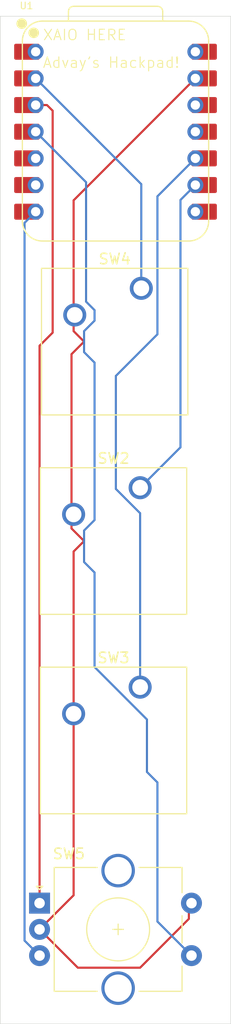
<source format=kicad_pcb>
(kicad_pcb (version 20240108) (generator "pcbnew") (generator_version "8.0")
  (layers (0 "F.Cu" signal) (31 "B.Cu" signal) (34 "B.Paste" user) (35 "F.Paste" user) (36 "B.SilkS" user "B.Silkscreen") (37 "F.SilkS" user "F.Silkscreen") (38 "B.Mask" user) (39 "F.Mask" user) (44 "Edge.Cuts" user))
  (net 0 "")
  (net 1 "Net-(U1-GPIO2{slash}SCK)")
  (net 2 "GND")
  (net 3 "Net-(U1-GPIO4{slash}MISO)")
  (net 5 "Net-(U1-GPIO0{slash}TX)")
  (net 7 "Net-(U1-GPIO29{slash}ADC3{slash}A3)")
  (net 10 "Net-(U1-GPIO28{slash}ADC2{slash}A2)")
  (net 11 "+5V")
  (net 13 "Net-(U1-GPIO27{slash}ADC1{slash}A1)")
  (footprint "Button_Switch_Keyboard:SW_Cherry_MX_1.00u_PCB" (layer "F.Cu") (at 70.35 89.92)
    (property "Reference" "SW2" (at -2.54 -2.794 0) (layer "F.SilkS"))
    (property "Value" "SW_Push")
    (fp_line (start -9.525 -1.905) (end 4.445 -1.905) (stroke (width 0.12)) (layer "F.SilkS"))
    (fp_line (start -9.525 12.065) (end -9.525 -1.905) (stroke (width 0.12)) (layer "F.SilkS"))
    (fp_line (start 4.445 -1.905) (end 4.445 12.065) (stroke (width 0.12)) (layer "F.SilkS"))
    (fp_line (start 4.445 12.065) (end -9.525 12.065) (stroke (width 0.12)) (layer "F.SilkS"))
    (pad "" np_thru_hole circle (at -7.62 5.08) (size 1.7 1.7) (drill 1.7) (layers "*.Cu" "*.Mask"))
    (pad "" np_thru_hole circle (at -2.54 5.08) (size 4 4) (drill 4) (layers "*.Cu" "*.Mask"))
    (pad "" np_thru_hole circle (at 2.54 5.08) (size 1.7 1.7) (drill 1.7) (layers "*.Cu" "*.Mask"))
    (pad "1" thru_hole circle (at 0 0) (size 2.2 2.2) (drill 1.5) (layers "*.Cu" "*.Mask") (net 1 "Net-(U1-GPIO2{slash}SCK)"))
    (pad "2" thru_hole circle (at -6.35 2.54) (size 2.2 2.2) (drill 1.5) (layers "*.Cu" "*.Mask") (net 2 "GND"))
  )
  (footprint "Seeed Studio XIAO Series Library:XIAO-RP2040-DIP" (layer "F.Cu") (at 68 56)
    (property "Reference" "U1" (at -8.5 -12 0) (layer "F.SilkS") (effects (font (size 0.635 0.635) (thickness 0.1016))))
    (property "Value" "XIAO-RP2040-DIP")
    (fp_line (start -8.89 8.509) (end -8.89 -8.636) (stroke (width 0.127)) (layer "F.SilkS"))
    (fp_line (start -6.985 10.414) (end 6.985 10.414) (stroke (width 0.127)) (layer "F.SilkS"))
    (fp_line (start -4.495 -10.541) (end -4.491272 -11.451272) (stroke (width 0.127)) (layer "F.SilkS"))
    (fp_line (start -3.991272 -11.951) (end 4.004 -11.951) (stroke (width 0.127)) (layer "F.SilkS"))
    (fp_line (start 4.504 -11.451) (end 4.504 -10.541) (stroke (width 0.127)) (layer "F.SilkS"))
    (fp_line (start 6.985 -10.541) (end -6.985 -10.541) (stroke (width 0.1)) (layer "F.SilkS"))
    (fp_line (start 6.985 -10.541) (end -6.985 -10.541) (stroke (width 0.127)) (layer "F.SilkS"))
    (fp_line (start 8.89 8.509) (end 8.89 -8.636) (stroke (width 0.127)) (layer "F.SilkS"))
    (fp_arc (start -8.89 -8.636) (mid -8.332038 -9.983038) (end -6.985 -10.541) (stroke (width 0.127)) (layer "F.SilkS"))
    (fp_arc (start -6.985 10.414) (mid -8.332038 9.856038) (end -8.89 8.509) (stroke (width 0.127)) (layer "F.SilkS"))
    (fp_arc (start -4.491272 -11.451272) (mid -4.344724 -11.804644) (end -3.991272 -11.951) (stroke (width 0.127)) (layer "F.SilkS"))
    (fp_arc (start 4.004 -11.951) (mid 4.357553 -11.804553) (end 4.504 -11.451) (stroke (width 0.127)) (layer "F.SilkS"))
    (fp_arc (start 6.985 -10.541) (mid 8.332038 -9.983038) (end 8.89 -8.636) (stroke (width 0.127)) (layer "F.SilkS"))
    (fp_arc (start 8.89 8.509) (mid 8.332038 9.856038) (end 6.985 10.414) (stroke (width 0.127)) (layer "F.SilkS"))
    (fp_circle (center -8.95 -10.3) (end -8.95 -10.554) (stroke (width 0.5)) (fill solid) (layer "F.SilkS"))
    (fp_circle (center -7.807 -9.42) (end -7.807 -9.674) (stroke (width 0.5)) (fill solid) (layer "F.SilkS"))
    (pad "1" smd roundrect (at -8.455 -7.62 180) (size 2.432 1.524) (layers "F.Cu" "F.Mask") (roundrect_rratio 0.1))
    (pad "1" thru_hole circle (at -7.62 -7.62 180) (size 1.524 1.524) (drill 0.889) (layers "*.Cu" "*.Mask"))
    (pad "2" smd roundrect (at -8.455 -5.08 180) (size 2.432 1.524) (layers "F.Cu" "F.Mask") (roundrect_rratio 0.1) (net 13 "Net-(U1-GPIO27{slash}ADC1{slash}A1)"))
    (pad "2" thru_hole circle (at -7.62 -5.08 180) (size 1.524 1.524) (drill 0.889) (layers "*.Cu" "*.Mask") (net 13 "Net-(U1-GPIO27{slash}ADC1{slash}A1)"))
    (pad "3" smd roundrect (at -8.455 -2.54 180) (size 2.432 1.524) (layers "F.Cu" "F.Mask") (roundrect_rratio 0.1) (net 10 "Net-(U1-GPIO28{slash}ADC2{slash}A2)"))
    (pad "3" thru_hole circle (at -7.62 -2.54 180) (size 1.524 1.524) (drill 0.889) (layers "*.Cu" "*.Mask") (net 10 "Net-(U1-GPIO28{slash}ADC2{slash}A2)"))
    (pad "4" smd roundrect (at -8.455 0 180) (size 2.432 1.524) (layers "F.Cu" "F.Mask") (roundrect_rratio 0.1) (net 7 "Net-(U1-GPIO29{slash}ADC3{slash}A3)"))
    (pad "4" thru_hole circle (at -7.62 0 180) (size 1.524 1.524) (drill 0.889) (layers "*.Cu" "*.Mask") (net 7 "Net-(U1-GPIO29{slash}ADC3{slash}A3)"))
    (pad "5" smd roundrect (at -8.455 2.54 180) (size 2.432 1.524) (layers "F.Cu" "F.Mask") (roundrect_rratio 0.1))
    (pad "5" thru_hole circle (at -7.62 2.54 180) (size 1.524 1.524) (drill 0.889) (layers "*.Cu" "*.Mask"))
    (pad "6" smd roundrect (at -8.455 5.08 180) (size 2.432 1.524) (layers "F.Cu" "F.Mask") (roundrect_rratio 0.1))
    (pad "6" thru_hole circle (at -7.62 5.08 180) (size 1.524 1.524) (drill 0.889) (layers "*.Cu" "*.Mask"))
    (pad "7" smd roundrect (at -8.455 7.62 180) (size 2.432 1.524) (layers "F.Cu" "F.Mask") (roundrect_rratio 0.1) (net 5 "Net-(U1-GPIO0{slash}TX)"))
    (pad "7" thru_hole circle (at -7.62 7.62 180) (size 1.524 1.524) (drill 0.889) (layers "*.Cu" "*.Mask") (net 5 "Net-(U1-GPIO0{slash}TX)"))
    (pad "8" thru_hole circle (at 7.62 7.62) (size 1.524 1.524) (drill 0.889) (layers "*.Cu" "*.Mask"))
    (pad "8" smd roundrect (at 8.455 7.62) (size 2.432 1.524) (layers "F.Cu" "F.Mask") (roundrect_rratio 0.1))
    (pad "9" thru_hole circle (at 7.62 5.08) (size 1.524 1.524) (drill 0.889) (layers "*.Cu" "*.Mask") (net 1 "Net-(U1-GPIO2{slash}SCK)"))
    (pad "9" smd roundrect (at 8.455 5.08) (size 2.432 1.524) (layers "F.Cu" "F.Mask") (roundrect_rratio 0.1) (net 1 "Net-(U1-GPIO2{slash}SCK)"))
    (pad "10" thru_hole circle (at 7.62 2.54) (size 1.524 1.524) (drill 0.889) (layers "*.Cu" "*.Mask") (net 3 "Net-(U1-GPIO4{slash}MISO)"))
    (pad "10" smd roundrect (at 8.455 2.54) (size 2.432 1.524) (layers "F.Cu" "F.Mask") (roundrect_rratio 0.1) (net 3 "Net-(U1-GPIO4{slash}MISO)"))
    (pad "11" thru_hole circle (at 7.62 0) (size 1.524 1.524) (drill 0.889) (layers "*.Cu" "*.Mask"))
    (pad "11" smd roundrect (at 8.455 0) (size 2.432 1.524) (layers "F.Cu" "F.Mask") (roundrect_rratio 0.1))
    (pad "12" thru_hole circle (at 7.62 -2.54) (size 1.524 1.524) (drill 0.889) (layers "*.Cu" "*.Mask"))
    (pad "12" smd roundrect (at 8.455 -2.54) (size 2.432 1.524) (layers "F.Cu" "F.Mask") (roundrect_rratio 0.1))
    (pad "13" thru_hole circle (at 7.62 -5.08) (size 1.524 1.524) (drill 0.889) (layers "*.Cu" "*.Mask") (net 2 "GND"))
    (pad "13" smd roundrect (at 8.455 -5.08) (size 2.432 1.524) (layers "F.Cu" "F.Mask") (roundrect_rratio 0.1) (net 2 "GND"))
    (pad "14" thru_hole circle (at 7.62 -7.62) (size 1.524 1.524) (drill 0.889) (layers "*.Cu" "*.Mask") (net 11 "+5V"))
    (pad "14" smd roundrect (at 8.455 -7.62) (size 2.432 1.524) (layers "F.Cu" "F.Mask") (roundrect_rratio 0.1) (net 11 "+5V"))
  )
  (footprint "Rotary_Encoder:RotaryEncoder_Alps_EC11E-Switch_Vertical_H20mm_CircularMountingHoles" (layer "F.Cu") (at 60.75 129.5)
    (property "Reference" "SW5" (at 2.8 -4.7 0) (layer "F.SilkS"))
    (property "Value" "RotaryEncoder_Switch")
    (fp_line (start -0.3 -1.6) (end 0.3 -1.6) (stroke (width 0.12)) (layer "F.SilkS"))
    (fp_line (start 0 -1.3) (end -0.3 -1.6) (stroke (width 0.12)) (layer "F.SilkS"))
    (fp_line (start 0.3 -1.6) (end 0 -1.3) (stroke (width 0.12)) (layer "F.SilkS"))
    (fp_line (start 1.4 -3.4) (end 1.4 8.4) (stroke (width 0.12)) (layer "F.SilkS"))
    (fp_line (start 5.5 -3.4) (end 1.4 -3.4) (stroke (width 0.12)) (layer "F.SilkS"))
    (fp_line (start 5.5 8.4) (end 1.4 8.4) (stroke (width 0.12)) (layer "F.SilkS"))
    (fp_line (start 7 2.5) (end 8 2.5) (stroke (width 0.12)) (layer "F.SilkS"))
    (fp_line (start 7.5 2) (end 7.5 3) (stroke (width 0.12)) (layer "F.SilkS"))
    (fp_line (start 9.5 -3.4) (end 13.6 -3.4) (stroke (width 0.12)) (layer "F.SilkS"))
    (fp_line (start 13.6 -3.4) (end 13.6 -1) (stroke (width 0.12)) (layer "F.SilkS"))
    (fp_line (start 13.6 1.2) (end 13.6 3.8) (stroke (width 0.12)) (layer "F.SilkS"))
    (fp_line (start 13.6 6) (end 13.6 8.4) (stroke (width 0.12)) (layer "F.SilkS"))
    (fp_line (start 13.6 8.4) (end 9.5 8.4) (stroke (width 0.12)) (layer "F.SilkS"))
    (fp_circle (center 7.5 2.5) (end 10.5 2.5) (stroke (width 0.12)) (fill none) (layer "F.SilkS"))
    (pad "A" thru_hole rect (at 0 0) (size 2 2) (drill 1) (layers "*.Cu" "*.Mask") (net 10 "Net-(U1-GPIO28{slash}ADC2{slash}A2)"))
    (pad "B" thru_hole circle (at 0 5) (size 2 2) (drill 1) (layers "*.Cu" "*.Mask") (net 5 "Net-(U1-GPIO0{slash}TX)"))
    (pad "C" thru_hole circle (at 0 2.5) (size 2 2) (drill 1) (layers "*.Cu" "*.Mask") (net 2 "GND"))
    (pad "MP" thru_hole circle (at 7.5 -3.1) (size 3.2 3.2) (drill 2.6) (layers "*.Cu" "*.Mask"))
    (pad "MP" thru_hole circle (at 7.5 8.1) (size 3.2 3.2) (drill 2.6) (layers "*.Cu" "*.Mask"))
    (pad "S1" thru_hole circle (at 14.5 5) (size 2 2) (drill 1) (layers "*.Cu" "*.Mask") (net 7 "Net-(U1-GPIO29{slash}ADC3{slash}A3)"))
    (pad "S2" thru_hole circle (at 14.5 0) (size 2 2) (drill 1) (layers "*.Cu" "*.Mask") (net 2 "GND"))
  )
  (footprint "Button_Switch_Keyboard:SW_Cherry_MX_1.00u_PCB" (layer "F.Cu") (at 70.46 70.92)
    (property "Reference" "SW4" (at -2.54 -2.794 0) (layer "F.SilkS"))
    (property "Value" "SW_Push")
    (fp_line (start -9.525 -1.905) (end 4.445 -1.905) (stroke (width 0.12)) (layer "F.SilkS"))
    (fp_line (start -9.525 12.065) (end -9.525 -1.905) (stroke (width 0.12)) (layer "F.SilkS"))
    (fp_line (start 4.445 -1.905) (end 4.445 12.065) (stroke (width 0.12)) (layer "F.SilkS"))
    (fp_line (start 4.445 12.065) (end -9.525 12.065) (stroke (width 0.12)) (layer "F.SilkS"))
    (pad "" np_thru_hole circle (at -7.62 5.08) (size 1.7 1.7) (drill 1.7) (layers "*.Cu" "*.Mask"))
    (pad "" np_thru_hole circle (at -2.54 5.08) (size 4 4) (drill 4) (layers "*.Cu" "*.Mask"))
    (pad "" np_thru_hole circle (at 2.54 5.08) (size 1.7 1.7) (drill 1.7) (layers "*.Cu" "*.Mask"))
    (pad "1" thru_hole circle (at 0 0) (size 2.2 2.2) (drill 1.5) (layers "*.Cu" "*.Mask") (net 13 "Net-(U1-GPIO27{slash}ADC1{slash}A1)"))
    (pad "2" thru_hole circle (at -6.35 2.54) (size 2.2 2.2) (drill 1.5) (layers "*.Cu" "*.Mask") (net 2 "GND"))
  )
  (footprint "Button_Switch_Keyboard:SW_Cherry_MX_1.00u_PCB" (layer "F.Cu") (at 70.35 108.92)
    (property "Reference" "SW3" (at -2.54 -2.794 0) (layer "F.SilkS"))
    (property "Value" "SW_Push")
    (fp_line (start -9.525 -1.905) (end 4.445 -1.905) (stroke (width 0.12)) (layer "F.SilkS"))
    (fp_line (start -9.525 12.065) (end -9.525 -1.905) (stroke (width 0.12)) (layer "F.SilkS"))
    (fp_line (start 4.445 -1.905) (end 4.445 12.065) (stroke (width 0.12)) (layer "F.SilkS"))
    (fp_line (start 4.445 12.065) (end -9.525 12.065) (stroke (width 0.12)) (layer "F.SilkS"))
    (pad "" np_thru_hole circle (at -7.62 5.08) (size 1.7 1.7) (drill 1.7) (layers "*.Cu" "*.Mask"))
    (pad "" np_thru_hole circle (at -2.54 5.08) (size 4 4) (drill 4) (layers "*.Cu" "*.Mask"))
    (pad "" np_thru_hole circle (at 2.54 5.08) (size 1.7 1.7) (drill 1.7) (layers "*.Cu" "*.Mask"))
    (pad "1" thru_hole circle (at 0 0) (size 2.2 2.2) (drill 1.5) (layers "*.Cu" "*.Mask") (net 3 "Net-(U1-GPIO4{slash}MISO)"))
    (pad "2" thru_hole circle (at -6.35 2.54) (size 2.2 2.2) (drill 1.5) (layers "*.Cu" "*.Mask") (net 2 "GND"))
  )
  (gr_rect (start 57 45) (end 79 141) (stroke (width 0.05)) (fill none) (layer "Edge.Cuts"))
  (gr_text "Advay's Hackpad!" (at 61 50 0) (layer "F.SilkS") (effects (font (size 1 1) (thickness 0.1)) (justify left bottom)))
  (gr_text "XAIO HERE" (at 61.015001 47.364001 0) (layer "F.SilkS") (effects (font (size 1 1) (thickness 0.1)) (justify left bottom)))
  (segment (start 74.2 86.07) (end 74.2 62.5) (width 0.2) (layer "B.Cu") (net 1))
  (segment (start 70.35 89.92) (end 74.2 86.07) (width 0.2) (layer "B.Cu") (net 1))
  (segment (start 74.2 62.5) (end 75.62 61.08) (width 0.2) (layer "B.Cu") (net 1))
  (segment (start 70.35 135.65) (end 64.4 135.65) (width 0.2) (layer "F.Cu") (net 2))
  (segment (start 75 131) (end 70.35 135.65) (width 0.2) (layer "F.Cu") (net 2))
  (segment (start 64.4 135.65) (end 60.75 132) (width 0.2) (layer "F.Cu") (net 2))
  (segment (start 60.75 132) (end 64 128.75) (width 0.2) (layer "F.Cu") (net 2))
  (segment (start 63.8 93.8) (end 63.8 77.2) (width 0.2) (layer "F.Cu") (net 2))
  (segment (start 75.25 129.5) (end 75.25 129.25) (width 0.2) (layer "F.Cu") (net 2))
  (segment (start 64 96) (end 65 95) (width 0.2) (layer "F.Cu") (net 2))
  (segment (start 65 95) (end 63.8 93.8) (width 0.2) (layer "F.Cu") (net 2))
  (segment (start 75 129) (end 75 131) (width 0.2) (layer "F.Cu") (net 2))
  (segment (start 64 128.75) (end 64 96) (width 0.2) (layer "F.Cu") (net 2))
  (segment (start 64 75) (end 64 62.54) (width 0.2) (layer "F.Cu") (net 2))
  (segment (start 65 76) (end 64 75) (width 0.2) (layer "F.Cu") (net 2))
  (segment (start 75.25 129.25) (end 75 129) (width 0.2) (layer "F.Cu") (net 2))
  (segment (start 64 62.54) (end 75.62 50.92) (width 0.2) (layer "F.Cu") (net 2))
  (segment (start 63.8 77.2) (end 65 76) (width 0.2) (layer "F.Cu") (net 2))
  (segment (start 68.031472 90.031472) (end 68.031472 79.271472) (width 0.2) (layer "B.Cu") (net 3))
  (segment (start 72 62.16) (end 75.62 58.54) (width 0.2) (layer "B.Cu") (net 3))
  (segment (start 70.35 108.92) (end 70.35 92.35) (width 0.2) (layer "B.Cu") (net 3))
  (segment (start 68.031472 79.271472) (end 72 75.302944) (width 0.2) (layer "B.Cu") (net 3))
  (segment (start 70.35 92.35) (end 68.031472 90.031472) (width 0.2) (layer "B.Cu") (net 3))
  (segment (start 72 75.302944) (end 72 62.16) (width 0.2) (layer "B.Cu") (net 3))
  (segment (start 59.318 64.682) (end 60.38 63.62) (width 0.2) (layer "B.Cu") (net 5))
  (segment (start 60.75 134.5) (end 59.318 133.068) (width 0.2) (layer "B.Cu") (net 5))
  (segment (start 59.318 133.068) (end 59.318 64.682) (width 0.2) (layer "B.Cu") (net 5))
  (segment (start 65.19 60.81) (end 65.19 72.19) (width 0.2) (layer "B.Cu") (net 7))
  (segment (start 65 77) (end 66 78) (width 0.2) (layer "B.Cu") (net 7))
  (segment (start 66 74) (end 65 75) (width 0.2) (layer "B.Cu") (net 7))
  (segment (start 72 118) (end 72 131.25) (width 0.2) (layer "B.Cu") (net 7))
  (segment (start 65 75) (end 65 77) (width 0.2) (layer "B.Cu") (net 7))
  (segment (start 71 117) (end 72 118) (width 0.2) (layer "B.Cu") (net 7))
  (segment (start 66 98) (end 66 107) (width 0.2) (layer "B.Cu") (net 7))
  (segment (start 66 107) (end 71 112) (width 0.2) (layer "B.Cu") (net 7))
  (segment (start 65 94) (end 65 97) (width 0.2) (layer "B.Cu") (net 7))
  (segment (start 65 97) (end 66 98) (width 0.2) (layer "B.Cu") (net 7))
  (segment (start 65.19 72.19) (end 66 73) (width 0.2) (layer "B.Cu") (net 7))
  (segment (start 66 73) (end 66 74) (width 0.2) (layer "B.Cu") (net 7))
  (segment (start 66 78) (end 66 93) (width 0.2) (layer "B.Cu") (net 7))
  (segment (start 71 112) (end 71 117) (width 0.2) (layer "B.Cu") (net 7))
  (segment (start 66 93) (end 65 94) (width 0.2) (layer "B.Cu") (net 7))
  (segment (start 60.38 56) (end 65.19 60.81) (width 0.2) (layer "B.Cu") (net 7))
  (segment (start 72 131.25) (end 75.25 134.5) (width 0.2) (layer "B.Cu") (net 7))
  (segment (start 60.75 76.392944) (end 62 75.142944) (width 0.2) (layer "F.Cu") (net 10))
  (segment (start 62 75.142944) (end 62 54) (width 0.2) (layer "F.Cu") (net 10))
  (segment (start 61.46 53.46) (end 60.38 53.46) (width 0.2) (layer "F.Cu") (net 10))
  (segment (start 62 54) (end 61.46 53.46) (width 0.2) (layer "F.Cu") (net 10))
  (segment (start 60.75 129.5) (end 60.75 76.392944) (width 0.2) (layer "F.Cu") (net 10))
  (segment (start 60.75 129.75) (end 61 130) (width 0.2) (layer "B.Cu") (net 10))
  (segment (start 60.75 129.5) (end 60.75 129.75) (width 0.2) (layer "B.Cu") (net 10))
  (segment (start 61 130) (end 61.442 129.558) (width 0.2) (layer "B.Cu") (net 10))
  (segment (start 70.46 61) (end 60.38 50.92) (width 0.2) (layer "B.Cu") (net 13))
  (segment (start 70.46 70.92) (end 70.46 61) (width 0.2) (layer "B.Cu") (net 13))
)
</source>
